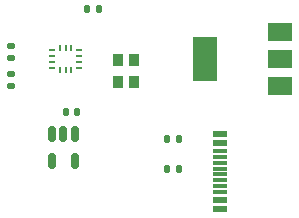
<source format=gbr>
%TF.GenerationSoftware,KiCad,Pcbnew,(6.0.7)*%
%TF.CreationDate,2025-06-10T03:21:35+09:00*%
%TF.ProjectId,AvatarSense,41766174-6172-4536-956e-73652e6b6963,rev?*%
%TF.SameCoordinates,Original*%
%TF.FileFunction,Paste,Top*%
%TF.FilePolarity,Positive*%
%FSLAX46Y46*%
G04 Gerber Fmt 4.6, Leading zero omitted, Abs format (unit mm)*
G04 Created by KiCad (PCBNEW (6.0.7)) date 2025-06-10 03:21:35*
%MOMM*%
%LPD*%
G01*
G04 APERTURE LIST*
G04 Aperture macros list*
%AMRoundRect*
0 Rectangle with rounded corners*
0 $1 Rounding radius*
0 $2 $3 $4 $5 $6 $7 $8 $9 X,Y pos of 4 corners*
0 Add a 4 corners polygon primitive as box body*
4,1,4,$2,$3,$4,$5,$6,$7,$8,$9,$2,$3,0*
0 Add four circle primitives for the rounded corners*
1,1,$1+$1,$2,$3*
1,1,$1+$1,$4,$5*
1,1,$1+$1,$6,$7*
1,1,$1+$1,$8,$9*
0 Add four rect primitives between the rounded corners*
20,1,$1+$1,$2,$3,$4,$5,0*
20,1,$1+$1,$4,$5,$6,$7,0*
20,1,$1+$1,$6,$7,$8,$9,0*
20,1,$1+$1,$8,$9,$2,$3,0*%
G04 Aperture macros list end*
%ADD10R,1.160000X0.600000*%
%ADD11R,1.160000X0.300000*%
%ADD12RoundRect,0.140000X-0.170000X0.140000X-0.170000X-0.140000X0.170000X-0.140000X0.170000X0.140000X0*%
%ADD13RoundRect,0.135000X0.135000X0.185000X-0.135000X0.185000X-0.135000X-0.185000X0.135000X-0.185000X0*%
%ADD14RoundRect,0.135000X-0.135000X-0.185000X0.135000X-0.185000X0.135000X0.185000X-0.135000X0.185000X0*%
%ADD15RoundRect,0.140000X0.140000X0.170000X-0.140000X0.170000X-0.140000X-0.170000X0.140000X-0.170000X0*%
%ADD16R,0.475000X0.250000*%
%ADD17R,0.250000X0.475000*%
%ADD18RoundRect,0.150000X-0.150000X0.512500X-0.150000X-0.512500X0.150000X-0.512500X0.150000X0.512500X0*%
%ADD19R,0.900000X1.100000*%
%ADD20RoundRect,0.135000X0.185000X-0.135000X0.185000X0.135000X-0.185000X0.135000X-0.185000X-0.135000X0*%
%ADD21R,2.000000X1.500000*%
%ADD22R,2.000000X3.800000*%
G04 APERTURE END LIST*
D10*
%TO.C,J3*%
X133115000Y-127700000D03*
X133115000Y-126900000D03*
D11*
X133115000Y-125750000D03*
X133115000Y-124750000D03*
X133115000Y-124250000D03*
X133115000Y-123250000D03*
D10*
X133115000Y-122100000D03*
X133115000Y-121300000D03*
X133115000Y-121300000D03*
X133115000Y-122100000D03*
D11*
X133115000Y-122750000D03*
X133115000Y-123750000D03*
X133115000Y-125250000D03*
X133115000Y-126250000D03*
D10*
X133115000Y-126900000D03*
X133115000Y-127700000D03*
%TD*%
D12*
%TO.C,C8*%
X115375000Y-116290000D03*
X115375000Y-117250000D03*
%TD*%
D13*
%TO.C,R16*%
X129645000Y-124250000D03*
X128625000Y-124250000D03*
%TD*%
D14*
%TO.C,R14*%
X121855000Y-110750000D03*
X122875000Y-110750000D03*
%TD*%
D15*
%TO.C,C7*%
X120960000Y-119500000D03*
X120000000Y-119500000D03*
%TD*%
D16*
%TO.C,U6*%
X118837500Y-114250000D03*
X118837500Y-114750000D03*
X118837500Y-115250000D03*
X118837500Y-115750000D03*
D17*
X119500000Y-115912500D03*
X120000000Y-115912500D03*
X120500000Y-115912500D03*
D16*
X121162500Y-115750000D03*
X121162500Y-115250000D03*
X121162500Y-114750000D03*
X121162500Y-114250000D03*
D17*
X120500000Y-114087500D03*
X120000000Y-114087500D03*
X119500000Y-114087500D03*
%TD*%
D18*
%TO.C,U5*%
X120775000Y-121350000D03*
X119825000Y-121350000D03*
X118875000Y-121350000D03*
X118875000Y-123625000D03*
X120775000Y-123625000D03*
%TD*%
D19*
%TO.C,Y1*%
X125825000Y-116900000D03*
X125825000Y-115100000D03*
X124425000Y-115100000D03*
X124425000Y-116900000D03*
%TD*%
D20*
%TO.C,R13*%
X115375000Y-114885000D03*
X115375000Y-113865000D03*
%TD*%
D13*
%TO.C,R15*%
X129635000Y-121750000D03*
X128615000Y-121750000D03*
%TD*%
D21*
%TO.C,U3*%
X138150000Y-117300000D03*
D22*
X131850000Y-115000000D03*
D21*
X138150000Y-115000000D03*
X138150000Y-112700000D03*
%TD*%
M02*

</source>
